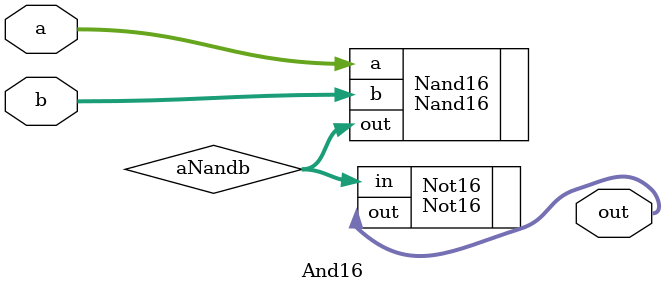
<source format=v>
module And16(
	input[15:0] a,
	input[15:0] b,
	output[15:0] out
);

	wire[15:0] aNandb;
	Nand16 Nand16(.a(a), .b(b), .out(aNandb));
	Not16 Not16(.in(aNandb), .out(out));

endmodule

</source>
